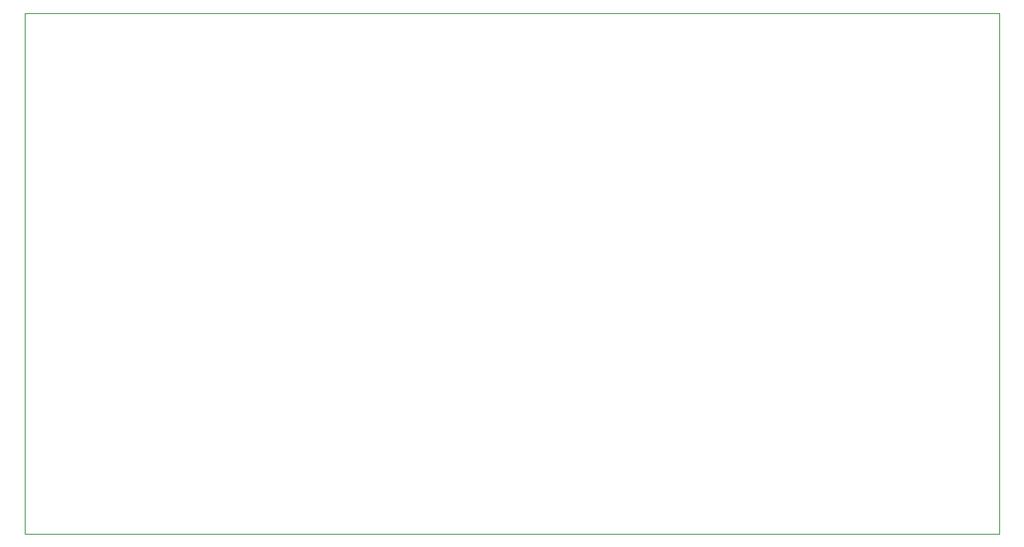
<source format=gbr>
%TF.GenerationSoftware,KiCad,Pcbnew,9.0.7-9.0.7~ubuntu24.04.1*%
%TF.CreationDate,2026-01-20T21:07:03+05:30*%
%TF.ProjectId,fpga_dev_board,66706761-5f64-4657-965f-626f6172642e,rev?*%
%TF.SameCoordinates,Original*%
%TF.FileFunction,Profile,NP*%
%FSLAX46Y46*%
G04 Gerber Fmt 4.6, Leading zero omitted, Abs format (unit mm)*
G04 Created by KiCad (PCBNEW 9.0.7-9.0.7~ubuntu24.04.1) date 2026-01-20 21:07:03*
%MOMM*%
%LPD*%
G01*
G04 APERTURE LIST*
%TA.AperFunction,Profile*%
%ADD10C,0.050000*%
%TD*%
G04 APERTURE END LIST*
D10*
X118000000Y-90000000D02*
X218000000Y-90000000D01*
X218000000Y-143500000D01*
X118000000Y-143500000D01*
X118000000Y-90000000D01*
M02*

</source>
